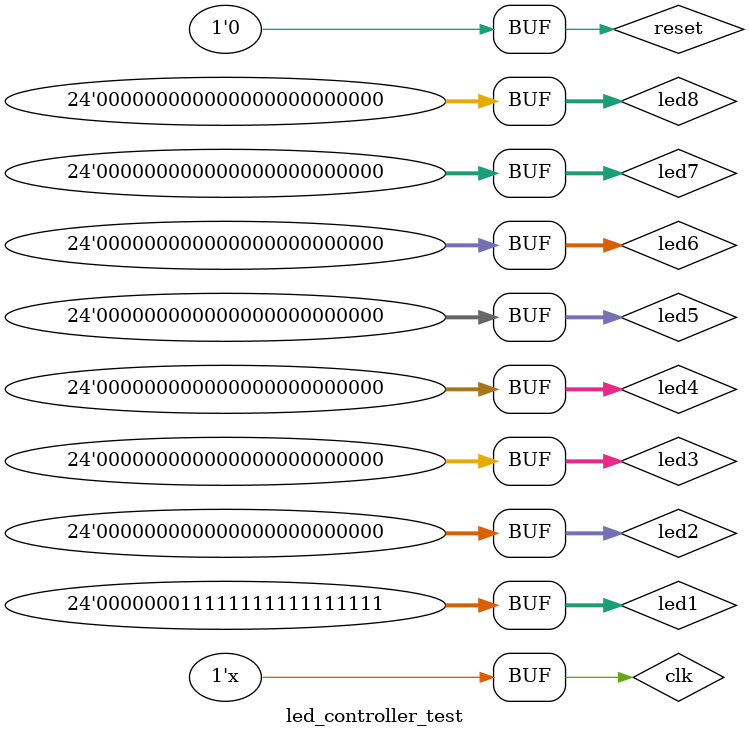
<source format=v>
`timescale 1ns / 1ps


module led_controller_test;

	// Inputs
	reg reset;
	reg clk;
	reg [23:0] led1;
	reg [23:0] led2;
	reg [23:0] led3;
	reg [23:0] led4;
	reg [23:0] led5;
	reg [23:0] led6;
	reg [23:0] led7;
	reg [23:0] led8;

	// Outputs
	wire dat_out;

	// Instantiate the Unit Under Test (UUT)
	LED_controller uut (
		.dat_out(dat_out), 
		.reset(reset), 
		.clk(clk), 
		.led1(led1), 
		.led2(led2), 
		.led3(led3), 
		.led4(led4), 
		.led5(led5), 
		.led6(led6), 
		.led7(led7), 
		.led8(led8)
	);

	initial begin
		// Initialize Inputs
		reset = 1;
		clk = 0;
		led1 = 23'b11111111111111111;
		led2 = 0;
		led3 = 0;
		led4 = 0;
		led5 = 0;
		led6 = 0;
		led7 = 0;
		led8 = 0;

		// Wait 100 ns for global reset to finish
		#100;
		reset = 0;
		// Add stimulus here

	end
      
	always
	  #5  clk =  ! clk; 
				 
endmodule


</source>
